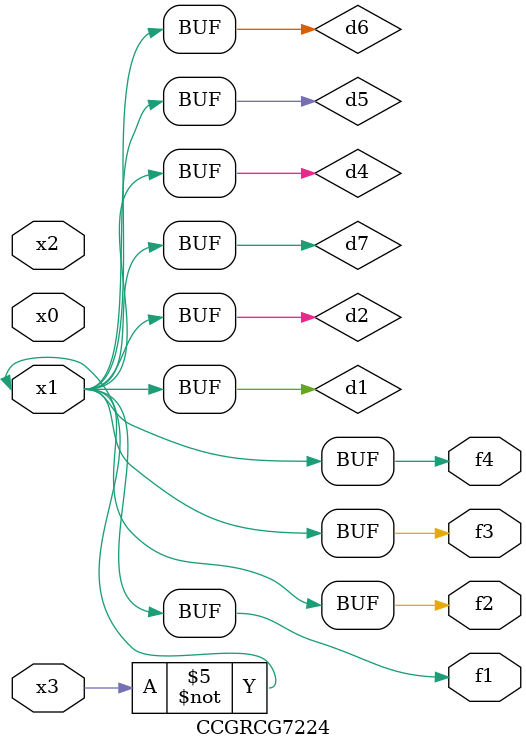
<source format=v>
module CCGRCG7224(
	input x0, x1, x2, x3,
	output f1, f2, f3, f4
);

	wire d1, d2, d3, d4, d5, d6, d7;

	not (d1, x3);
	buf (d2, x1);
	xnor (d3, d1, d2);
	nor (d4, d1);
	buf (d5, d1, d2);
	buf (d6, d4, d5);
	nand (d7, d4);
	assign f1 = d6;
	assign f2 = d7;
	assign f3 = d6;
	assign f4 = d6;
endmodule

</source>
